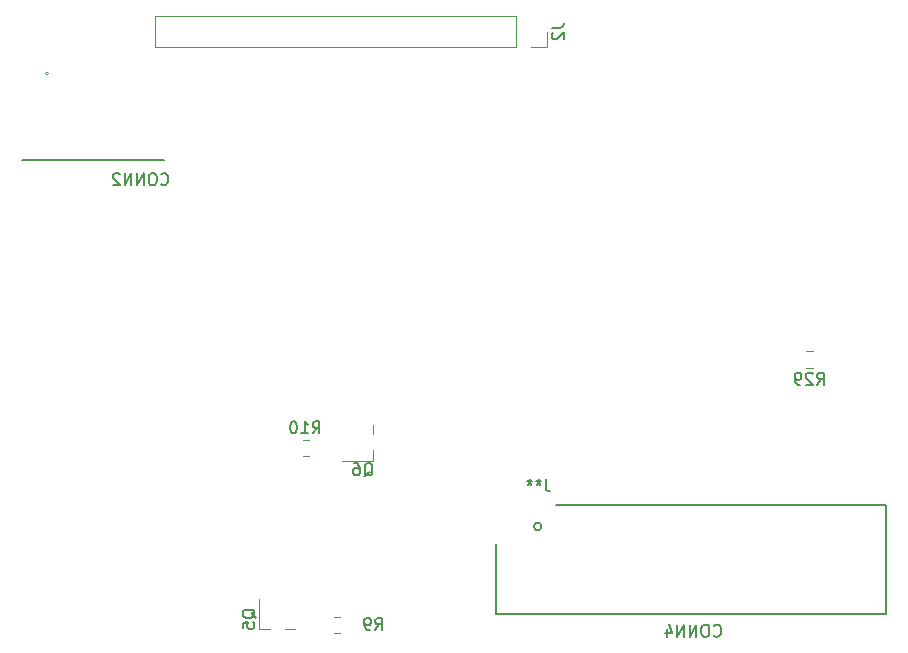
<source format=gbr>
G04 #@! TF.GenerationSoftware,KiCad,Pcbnew,(5.1.6-0-10_14)*
G04 #@! TF.CreationDate,2020-09-03T10:58:02-04:00*
G04 #@! TF.ProjectId,Pufferfish-Interface-2,50756666-6572-4666-9973-682d496e7465,rev?*
G04 #@! TF.SameCoordinates,Original*
G04 #@! TF.FileFunction,Legend,Bot*
G04 #@! TF.FilePolarity,Positive*
%FSLAX46Y46*%
G04 Gerber Fmt 4.6, Leading zero omitted, Abs format (unit mm)*
G04 Created by KiCad (PCBNEW (5.1.6-0-10_14)) date 2020-09-03 10:58:02*
%MOMM*%
%LPD*%
G01*
G04 APERTURE LIST*
%ADD10C,0.120000*%
%ADD11C,0.200000*%
%ADD12C,0.100000*%
%ADD13C,0.127000*%
%ADD14C,0.150000*%
G04 APERTURE END LIST*
D10*
X1690000Y170000D02*
X1690000Y2830000D01*
X32230000Y170000D02*
X1690000Y170000D01*
X32230000Y2830000D02*
X1690000Y2830000D01*
X32230000Y170000D02*
X32230000Y2830000D01*
X33500000Y170000D02*
X34830000Y170000D01*
X34830000Y170000D02*
X34830000Y1500000D01*
X56831422Y-26990000D02*
X57348578Y-26990000D01*
X56831422Y-25570000D02*
X57348578Y-25570000D01*
D11*
X34393288Y-40409340D02*
G75*
G03*
X34393288Y-40409340I-323788J0D01*
G01*
X63533500Y-47838840D02*
X30513500Y-47838840D01*
X30513500Y-47838840D02*
X30513500Y-41869840D01*
X35593500Y-38567840D02*
X63533500Y-38567840D01*
X63533500Y-38567840D02*
X63533500Y-47838840D01*
D10*
X20126060Y-32608760D02*
X20126060Y-31808760D01*
X17526060Y-34858760D02*
X20126060Y-34858760D01*
X20126060Y-34858760D02*
X20126060Y-33908760D01*
X12720120Y-49105100D02*
X13520120Y-49105100D01*
X10470120Y-46505100D02*
X10470120Y-49105100D01*
X10470120Y-49105100D02*
X11420120Y-49105100D01*
X14696178Y-33054220D02*
X14179022Y-33054220D01*
X14696178Y-34474220D02*
X14179022Y-34474220D01*
X16866102Y-49444980D02*
X17383258Y-49444980D01*
X16866102Y-48024980D02*
X17383258Y-48024980D01*
D12*
X-7346780Y-2045660D02*
G75*
G03*
X-7346780Y-2045660I-127000J0D01*
G01*
D13*
X2401220Y-9395660D02*
X-9548780Y-9395660D01*
D14*
X35282380Y1833333D02*
X35996666Y1833333D01*
X36139523Y1880952D01*
X36234761Y1976190D01*
X36282380Y2119047D01*
X36282380Y2214285D01*
X35377619Y1404761D02*
X35330000Y1357142D01*
X35282380Y1261904D01*
X35282380Y1023809D01*
X35330000Y928571D01*
X35377619Y880952D01*
X35472857Y833333D01*
X35568095Y833333D01*
X35710952Y880952D01*
X36282380Y1452380D01*
X36282380Y833333D01*
X57732857Y-28382380D02*
X58066190Y-27906190D01*
X58304285Y-28382380D02*
X58304285Y-27382380D01*
X57923333Y-27382380D01*
X57828095Y-27430000D01*
X57780476Y-27477619D01*
X57732857Y-27572857D01*
X57732857Y-27715714D01*
X57780476Y-27810952D01*
X57828095Y-27858571D01*
X57923333Y-27906190D01*
X58304285Y-27906190D01*
X57351904Y-27477619D02*
X57304285Y-27430000D01*
X57209047Y-27382380D01*
X56970952Y-27382380D01*
X56875714Y-27430000D01*
X56828095Y-27477619D01*
X56780476Y-27572857D01*
X56780476Y-27668095D01*
X56828095Y-27810952D01*
X57399523Y-28382380D01*
X56780476Y-28382380D01*
X56304285Y-28382380D02*
X56113809Y-28382380D01*
X56018571Y-28334761D01*
X55970952Y-28287142D01*
X55875714Y-28144285D01*
X55828095Y-27953809D01*
X55828095Y-27572857D01*
X55875714Y-27477619D01*
X55923333Y-27430000D01*
X56018571Y-27382380D01*
X56209047Y-27382380D01*
X56304285Y-27430000D01*
X56351904Y-27477619D01*
X56399523Y-27572857D01*
X56399523Y-27810952D01*
X56351904Y-27906190D01*
X56304285Y-27953809D01*
X56209047Y-28001428D01*
X56018571Y-28001428D01*
X55923333Y-27953809D01*
X55875714Y-27906190D01*
X55828095Y-27810952D01*
X48991595Y-49626982D02*
X49039214Y-49674601D01*
X49182071Y-49722220D01*
X49277309Y-49722220D01*
X49420166Y-49674601D01*
X49515404Y-49579363D01*
X49563023Y-49484125D01*
X49610642Y-49293649D01*
X49610642Y-49150792D01*
X49563023Y-48960316D01*
X49515404Y-48865078D01*
X49420166Y-48769840D01*
X49277309Y-48722220D01*
X49182071Y-48722220D01*
X49039214Y-48769840D01*
X48991595Y-48817459D01*
X48372547Y-48722220D02*
X48182071Y-48722220D01*
X48086833Y-48769840D01*
X47991595Y-48865078D01*
X47943976Y-49055554D01*
X47943976Y-49388887D01*
X47991595Y-49579363D01*
X48086833Y-49674601D01*
X48182071Y-49722220D01*
X48372547Y-49722220D01*
X48467785Y-49674601D01*
X48563023Y-49579363D01*
X48610642Y-49388887D01*
X48610642Y-49055554D01*
X48563023Y-48865078D01*
X48467785Y-48769840D01*
X48372547Y-48722220D01*
X47515404Y-49722220D02*
X47515404Y-48722220D01*
X46943976Y-49722220D01*
X46943976Y-48722220D01*
X46467785Y-49722220D02*
X46467785Y-48722220D01*
X45896357Y-49722220D01*
X45896357Y-48722220D01*
X44991595Y-49055554D02*
X44991595Y-49722220D01*
X45229690Y-48674601D02*
X45467785Y-49388887D01*
X44848738Y-49388887D01*
X34772547Y-36422220D02*
X34772547Y-37136506D01*
X34820166Y-37279363D01*
X34915404Y-37374601D01*
X35058261Y-37422220D01*
X35153500Y-37422220D01*
X34153500Y-36422220D02*
X34153500Y-36660316D01*
X34391595Y-36565078D02*
X34153500Y-36660316D01*
X33915404Y-36565078D01*
X34296357Y-36850792D02*
X34153500Y-36660316D01*
X34010642Y-36850792D01*
X33391595Y-36422220D02*
X33391595Y-36660316D01*
X33629690Y-36565078D02*
X33391595Y-36660316D01*
X33153500Y-36565078D01*
X33534452Y-36850792D02*
X33391595Y-36660316D01*
X33248738Y-36850792D01*
X19371298Y-36156379D02*
X19466536Y-36108760D01*
X19561774Y-36013521D01*
X19704631Y-35870664D01*
X19799869Y-35823045D01*
X19895107Y-35823045D01*
X19847488Y-36061140D02*
X19942726Y-36013521D01*
X20037964Y-35918283D01*
X20085583Y-35727807D01*
X20085583Y-35394474D01*
X20037964Y-35203998D01*
X19942726Y-35108760D01*
X19847488Y-35061140D01*
X19657012Y-35061140D01*
X19561774Y-35108760D01*
X19466536Y-35203998D01*
X19418917Y-35394474D01*
X19418917Y-35727807D01*
X19466536Y-35918283D01*
X19561774Y-36013521D01*
X19657012Y-36061140D01*
X19847488Y-36061140D01*
X18561774Y-35061140D02*
X18752250Y-35061140D01*
X18847488Y-35108760D01*
X18895107Y-35156379D01*
X18990345Y-35299236D01*
X19037964Y-35489712D01*
X19037964Y-35870664D01*
X18990345Y-35965902D01*
X18942726Y-36013521D01*
X18847488Y-36061140D01*
X18657012Y-36061140D01*
X18561774Y-36013521D01*
X18514155Y-35965902D01*
X18466536Y-35870664D01*
X18466536Y-35632569D01*
X18514155Y-35537331D01*
X18561774Y-35489712D01*
X18657012Y-35442093D01*
X18847488Y-35442093D01*
X18942726Y-35489712D01*
X18990345Y-35537331D01*
X19037964Y-35632569D01*
X10192039Y-48162401D02*
X10144420Y-48067163D01*
X10049181Y-47971925D01*
X9906324Y-47829068D01*
X9858705Y-47733830D01*
X9858705Y-47638592D01*
X10096800Y-47686211D02*
X10049181Y-47590973D01*
X9953943Y-47495735D01*
X9763467Y-47448116D01*
X9430134Y-47448116D01*
X9239658Y-47495735D01*
X9144420Y-47590973D01*
X9096800Y-47686211D01*
X9096800Y-47876687D01*
X9144420Y-47971925D01*
X9239658Y-48067163D01*
X9430134Y-48114782D01*
X9763467Y-48114782D01*
X9953943Y-48067163D01*
X10049181Y-47971925D01*
X10096800Y-47876687D01*
X10096800Y-47686211D01*
X9096800Y-49019544D02*
X9096800Y-48543354D01*
X9572991Y-48495735D01*
X9525372Y-48543354D01*
X9477753Y-48638592D01*
X9477753Y-48876687D01*
X9525372Y-48971925D01*
X9572991Y-49019544D01*
X9668229Y-49067163D01*
X9906324Y-49067163D01*
X10001562Y-49019544D01*
X10049181Y-48971925D01*
X10096800Y-48876687D01*
X10096800Y-48638592D01*
X10049181Y-48543354D01*
X10001562Y-48495735D01*
X15026877Y-32509720D02*
X15360210Y-32033530D01*
X15598305Y-32509720D02*
X15598305Y-31509720D01*
X15217353Y-31509720D01*
X15122115Y-31557340D01*
X15074496Y-31604959D01*
X15026877Y-31700197D01*
X15026877Y-31843054D01*
X15074496Y-31938292D01*
X15122115Y-31985911D01*
X15217353Y-32033530D01*
X15598305Y-32033530D01*
X14074496Y-32509720D02*
X14645924Y-32509720D01*
X14360210Y-32509720D02*
X14360210Y-31509720D01*
X14455448Y-31652578D01*
X14550686Y-31747816D01*
X14645924Y-31795435D01*
X13455448Y-31509720D02*
X13360210Y-31509720D01*
X13264972Y-31557340D01*
X13217353Y-31604959D01*
X13169734Y-31700197D01*
X13122115Y-31890673D01*
X13122115Y-32128768D01*
X13169734Y-32319244D01*
X13217353Y-32414482D01*
X13264972Y-32462101D01*
X13360210Y-32509720D01*
X13455448Y-32509720D01*
X13550686Y-32462101D01*
X13598305Y-32414482D01*
X13645924Y-32319244D01*
X13693543Y-32128768D01*
X13693543Y-31890673D01*
X13645924Y-31700197D01*
X13598305Y-31604959D01*
X13550686Y-31557340D01*
X13455448Y-31509720D01*
X20331486Y-49156880D02*
X20664820Y-48680690D01*
X20902915Y-49156880D02*
X20902915Y-48156880D01*
X20521962Y-48156880D01*
X20426724Y-48204500D01*
X20379105Y-48252119D01*
X20331486Y-48347357D01*
X20331486Y-48490214D01*
X20379105Y-48585452D01*
X20426724Y-48633071D01*
X20521962Y-48680690D01*
X20902915Y-48680690D01*
X19855296Y-49156880D02*
X19664820Y-49156880D01*
X19569581Y-49109261D01*
X19521962Y-49061642D01*
X19426724Y-48918785D01*
X19379105Y-48728309D01*
X19379105Y-48347357D01*
X19426724Y-48252119D01*
X19474343Y-48204500D01*
X19569581Y-48156880D01*
X19760058Y-48156880D01*
X19855296Y-48204500D01*
X19902915Y-48252119D01*
X19950534Y-48347357D01*
X19950534Y-48585452D01*
X19902915Y-48680690D01*
X19855296Y-48728309D01*
X19760058Y-48775928D01*
X19569581Y-48775928D01*
X19474343Y-48728309D01*
X19426724Y-48680690D01*
X19379105Y-48585452D01*
X2201633Y-11403861D02*
X2249287Y-11451514D01*
X2392247Y-11499168D01*
X2487554Y-11499168D01*
X2630515Y-11451514D01*
X2725822Y-11356207D01*
X2773475Y-11260900D01*
X2821129Y-11070286D01*
X2821129Y-10927326D01*
X2773475Y-10736712D01*
X2725822Y-10641405D01*
X2630515Y-10546098D01*
X2487554Y-10498444D01*
X2392247Y-10498444D01*
X2249287Y-10546098D01*
X2201633Y-10593751D01*
X1582137Y-10498444D02*
X1391523Y-10498444D01*
X1296216Y-10546098D01*
X1200909Y-10641405D01*
X1153256Y-10832019D01*
X1153256Y-11165593D01*
X1200909Y-11356207D01*
X1296216Y-11451514D01*
X1391523Y-11499168D01*
X1582137Y-11499168D01*
X1677444Y-11451514D01*
X1772751Y-11356207D01*
X1820405Y-11165593D01*
X1820405Y-10832019D01*
X1772751Y-10641405D01*
X1677444Y-10546098D01*
X1582137Y-10498444D01*
X724374Y-11499168D02*
X724374Y-10498444D01*
X152532Y-11499168D01*
X152532Y-10498444D01*
X-324003Y-11499168D02*
X-324003Y-10498444D01*
X-895845Y-11499168D01*
X-895845Y-10498444D01*
X-1324727Y-10593751D02*
X-1372380Y-10546098D01*
X-1467687Y-10498444D01*
X-1705955Y-10498444D01*
X-1801262Y-10546098D01*
X-1848915Y-10593751D01*
X-1896569Y-10689058D01*
X-1896569Y-10784365D01*
X-1848915Y-10927326D01*
X-1277073Y-11499168D01*
X-1896569Y-11499168D01*
M02*

</source>
